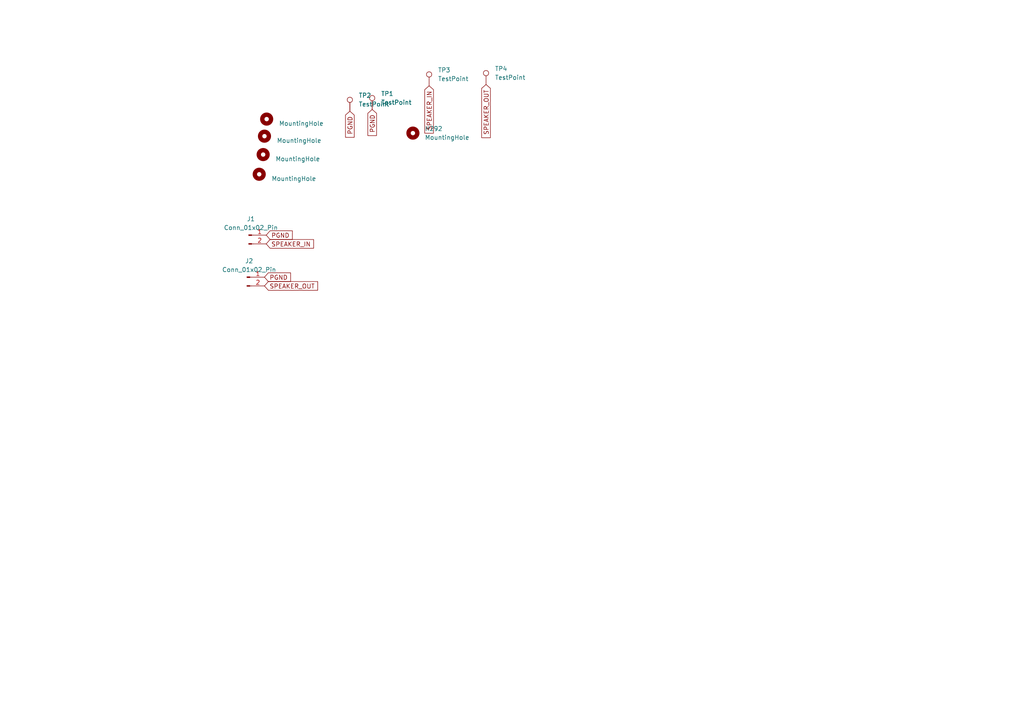
<source format=kicad_sch>
(kicad_sch (version 20230121) (generator eeschema)
  (paper "A4")
  (lib_symbols
    (symbol "Connector:Conn_01x02_Pin" (pin_names (offset 1.016) hide)
      (property "Reference" "J" (at 0 2.54 0))
      (property "Value" "Conn_01x02_Pin" (at 0 -5.08 0))
      (symbol "Conn_01x02_Pin_1_1"
        (polyline (pts (xy 1.27 -2.54) (xy 0.8636 -2.54)) (stroke (width 0.1524)))
        (polyline (pts (xy 1.27 0) (xy 0.8636 0)) (stroke (width 0.1524)))
        (rectangle (start 0.8636 -2.413) (end 0 -2.667) (stroke (width 0.1524)) (fill (type outline)))
        (rectangle (start 0.8636 0.127) (end 0 -0.127) (stroke (width 0.1524)) (fill (type outline)))
        (pin passive line (at 5.08 0 180) (length 3.81) (name "Pin_1") (number "1"))
        (pin passive line (at 5.08 -2.54 180) (length 3.81) (name "Pin_2") (number "2"))
      )
    )
    (symbol "Connector:TestPoint" (pin_numbers hide) (pin_names (offset 0.762) hide)
      (property "Reference" "TP" (at 0 6.858 0))
      (property "Value" "TestPoint" (at 0 5.08 0))
      (symbol "TestPoint_0_1"
        (circle (center 0 3.302) (radius 0.762))
      )
      (symbol "TestPoint_1_1"
        (pin passive line (at 0 0 90) (length 2.54) (name "1") (number "1"))
      )
    )
    (symbol "Mechanical:MountingHole" (pin_names (offset 1.016))
      (property "Reference" "H" (at 0 5.08 0))
      (property "Value" "MountingHole" (at 0 3.175 0))
      (symbol "MountingHole_0_1"
        (circle (center 0 0) (radius 1.27) (stroke (width 1.27)))
      )
    )
  )
  (global_label "PGND" (shape input) (at 101.473 32.258 270) (property "Intersheetrefs" "${INTERSHEET_REFS}" (effects hide)))
  (global_label "PGND" (shape input) (at 76.708 80.391 0) (property "Intersheetrefs" "${INTERSHEET_REFS}" (effects hide)))
  (global_label "SPEAKER_OUT" (shape input) (at 140.97 24.511 270) (property "Intersheetrefs" "${INTERSHEET_REFS}" (effects hide)))
  (global_label "SPEAKER_OUT" (shape input) (at 76.708 82.931 0) (property "Intersheetrefs" "${INTERSHEET_REFS}" (effects hide)))
  (global_label "PGND" (shape input) (at 107.95 31.75 270) (property "Intersheetrefs" "${INTERSHEET_REFS}" (effects hide)))
  (global_label "SPEAKER_IN" (shape input) (at 77.216 70.739 0) (property "Intersheetrefs" "${INTERSHEET_REFS}" (effects hide)))
  (global_label "SPEAKER_IN" (shape input) (at 124.46 24.892 270) (property "Intersheetrefs" "${INTERSHEET_REFS}" (effects hide)))
  (global_label "PGND" (shape input) (at 77.216 68.199 0) (property "Intersheetrefs" "${INTERSHEET_REFS}" (effects hide)))
  (symbol (lib_id "Connector:TestPoint") (at 124.46 24.892 0) (unit 1)
    (property "Reference" "TP3" (at 127 20.32 0) (effects (justify left)))
    (property "Value" "TestPoint" (at 127 22.86 0) (effects (justify left)))
    (property "Footprint" "TestPoint:TestPoint_Loop_D2.50mm_Drill1.85mm" (effects hide))
  )
  (symbol (lib_id "Connector:TestPoint") (at 140.97 24.511 0) (unit 1)
    (property "Reference" "TP4" (at 143.51 19.939 0) (effects (justify left)))
    (property "Value" "TestPoint" (at 143.51 22.479 0) (effects (justify left)))
    (property "Footprint" "TestPoint:TestPoint_Loop_D2.50mm_Drill1.85mm" (effects hide))
  )
  (symbol (lib_id "Connector:Conn_01x02_Pin") (at 71.628 80.391 0) (unit 1)
    (property "Reference" "J2" (at 72.263 75.692 0))
    (property "Value" "Conn_01x02_Pin" (at 72.263 78.232 0))
    (property "Footprint" "Connector_JST:JST_VH_B2P-VH_1x02_P3.96mm_Vertical" (effects hide))
  )
  (symbol (lib_id "Connector:TestPoint") (at 107.95 31.75 0) (unit 1)
    (property "Reference" "TP1" (at 110.49 27.178 0) (effects (justify left)))
    (property "Value" "TestPoint" (at 110.49 29.718 0) (effects (justify left)))
    (property "Footprint" "TestPoint:TestPoint_Loop_D2.50mm_Drill1.85mm" (effects hide))
  )
  (symbol (lib_id "Mechanical:MountingHole") (at 119.761 38.608 0) (unit 1)
    (property "Reference" "H292" (at 123.19 37.338 0) (effects (justify left)))
    (property "Value" "MountingHole" (at 123.19 39.878 0) (effects (justify left)))
    (property "Footprint" "MountingHole:MountingHole_2.2mm_M2" (effects hide))
  )
  (symbol (lib_id "Connector:TestPoint") (at 101.473 32.258 0) (unit 1)
    (property "Reference" "TP2" (at 104.013 27.686 0) (effects (justify left)))
    (property "Value" "TestPoint" (at 104.013 30.226 0) (effects (justify left)))
    (property "Footprint" "TestPoint:TestPoint_Loop_D2.50mm_Drill1.85mm" (effects hide))
  )
  (symbol (lib_id "Mechanical:MountingHole") (at 75.184 50.546 0) (unit 1)
    (property "Reference" "H1" (effects hide))
    (property "Value" "MountingHole" (at 78.74 51.816 0) (effects (justify left)))
    (property "Footprint" "MountingHole:MountingHole_3.2mm_M3" (effects hide))
  )
  (symbol (lib_id "Mechanical:MountingHole") (at 77.343 34.544 0) (unit 1)
    (property "Reference" "H4" (effects hide))
    (property "Value" "MountingHole" (at 80.899 35.814 0) (effects (justify left)))
    (property "Footprint" "MountingHole:MountingHole_3.2mm_M3" (effects hide))
  )
  (symbol (lib_id "Mechanical:MountingHole") (at 76.708 39.497 0) (unit 1)
    (property "Reference" "H3" (effects hide))
    (property "Value" "MountingHole" (at 80.264 40.767 0) (effects (justify left)))
    (property "Footprint" "MountingHole:MountingHole_3.2mm_M3" (effects hide))
  )
  (symbol (lib_id "Connector:Conn_01x02_Pin") (at 72.136 68.199 0) (unit 1)
    (property "Reference" "J1" (at 72.771 63.5 0))
    (property "Value" "Conn_01x02_Pin" (at 72.771 66.04 0))
    (property "Footprint" "Connector_JST:JST_VH_B2P-VH_1x02_P3.96mm_Vertical" (effects hide))
  )
  (symbol (lib_id "Mechanical:MountingHole") (at 76.327 44.831 0) (unit 1)
    (property "Reference" "H2" (effects hide))
    (property "Value" "MountingHole" (at 79.883 46.101 0) (effects (justify left)))
    (property "Footprint" "MountingHole:MountingHole_3.2mm_M3" (effects hide))
  )
)
</source>
